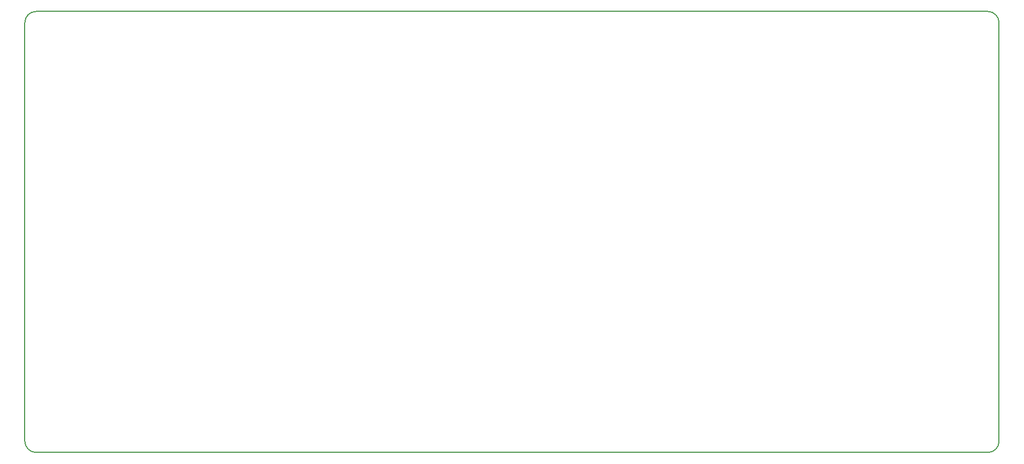
<source format=gm1>
G04 #@! TF.GenerationSoftware,KiCad,Pcbnew,5.1.7-a382d34a8~87~ubuntu20.04.1*
G04 #@! TF.CreationDate,2021-01-04T03:10:59+05:30*
G04 #@! TF.ProjectId,ai03-pcb-guide,61693033-2d70-4636-922d-67756964652e,rev?*
G04 #@! TF.SameCoordinates,Original*
G04 #@! TF.FileFunction,Profile,NP*
%FSLAX46Y46*%
G04 Gerber Fmt 4.6, Leading zero omitted, Abs format (unit mm)*
G04 Created by KiCad (PCBNEW 5.1.7-a382d34a8~87~ubuntu20.04.1) date 2021-01-04 03:10:59*
%MOMM*%
%LPD*%
G01*
G04 APERTURE LIST*
G04 #@! TA.AperFunction,Profile*
%ADD10C,0.150000*%
G04 #@! TD*
G04 APERTURE END LIST*
D10*
X44005500Y-130584000D02*
X194627500Y-130584000D01*
X44005500Y-60734000D02*
X194627500Y-60734000D01*
X42227500Y-62512000D02*
X42227500Y-128806000D01*
X196405500Y-128806000D02*
X196405500Y-62512000D01*
X42227500Y-62512000D02*
G75*
G02*
X44005500Y-60734000I1778000J0D01*
G01*
X44005500Y-130584000D02*
G75*
G02*
X42227500Y-128806000I0J1778000D01*
G01*
X196405500Y-128806000D02*
G75*
G02*
X194627500Y-130584000I-1778000J0D01*
G01*
X194627500Y-60734000D02*
G75*
G02*
X196405500Y-62512000I0J-1778000D01*
G01*
M02*

</source>
